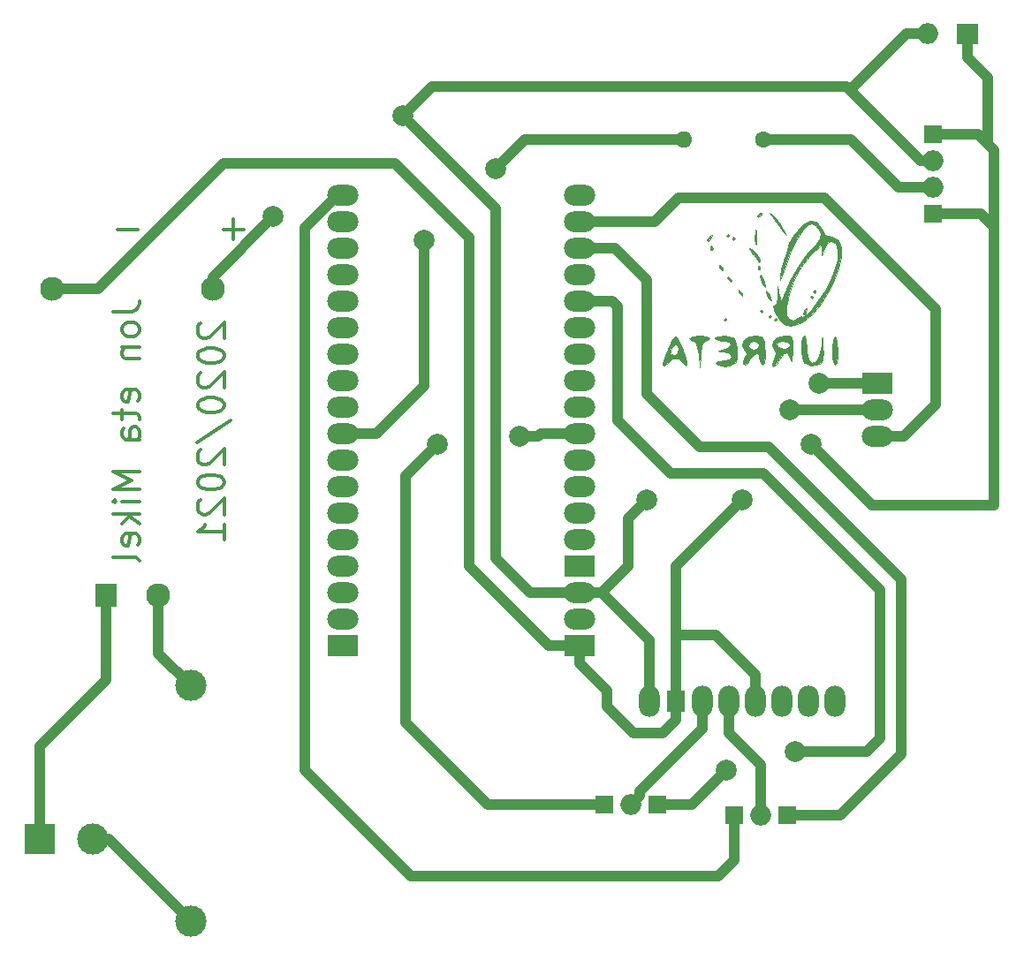
<source format=gbr>
%TF.GenerationSoftware,KiCad,Pcbnew,(5.1.6)-1*%
%TF.CreationDate,2021-03-02T09:32:05+01:00*%
%TF.ProjectId,Bukaerako_Erronka,42756b61-6572-4616-9b6f-5f4572726f6e,rev?*%
%TF.SameCoordinates,Original*%
%TF.FileFunction,Copper,L2,Bot*%
%TF.FilePolarity,Positive*%
%FSLAX46Y46*%
G04 Gerber Fmt 4.6, Leading zero omitted, Abs format (unit mm)*
G04 Created by KiCad (PCBNEW (5.1.6)-1) date 2021-03-02 09:32:05*
%MOMM*%
%LPD*%
G01*
G04 APERTURE LIST*
%TA.AperFunction,NonConductor*%
%ADD10C,0.300000*%
%TD*%
%TA.AperFunction,EtchedComponent*%
%ADD11C,0.010000*%
%TD*%
%TA.AperFunction,ComponentPad*%
%ADD12C,2.300000*%
%TD*%
%TA.AperFunction,ComponentPad*%
%ADD13R,2.000000X2.300000*%
%TD*%
%TA.AperFunction,ComponentPad*%
%ADD14C,3.000000*%
%TD*%
%TA.AperFunction,ComponentPad*%
%ADD15R,1.700000X1.700000*%
%TD*%
%TA.AperFunction,ComponentPad*%
%ADD16O,2.000000X2.000000*%
%TD*%
%TA.AperFunction,ComponentPad*%
%ADD17C,0.100000*%
%TD*%
%TA.AperFunction,ComponentPad*%
%ADD18O,1.600000X1.600000*%
%TD*%
%TA.AperFunction,ComponentPad*%
%ADD19C,1.600000*%
%TD*%
%TA.AperFunction,ComponentPad*%
%ADD20R,3.000000X3.000000*%
%TD*%
%TA.AperFunction,ComponentPad*%
%ADD21R,3.000000X2.000000*%
%TD*%
%TA.AperFunction,ComponentPad*%
%ADD22O,3.000000X2.000000*%
%TD*%
%TA.AperFunction,ComponentPad*%
%ADD23O,2.000000X3.000000*%
%TD*%
%TA.AperFunction,ComponentPad*%
%ADD24R,1.700000X2.000000*%
%TD*%
%TA.AperFunction,ViaPad*%
%ADD25C,2.000000*%
%TD*%
%TA.AperFunction,Conductor*%
%ADD26C,1.000000*%
%TD*%
G04 APERTURE END LIST*
D10*
X116141619Y-73584571D02*
X118046380Y-73584571D01*
X126301619Y-73584571D02*
X128206380Y-73584571D01*
X127254000Y-74536952D02*
X127254000Y-72632190D01*
X115738952Y-81475904D02*
X117524666Y-81475904D01*
X117881809Y-81356857D01*
X118119904Y-81118761D01*
X118238952Y-80761619D01*
X118238952Y-80523523D01*
X118238952Y-83023523D02*
X118119904Y-82785428D01*
X118000857Y-82666380D01*
X117762761Y-82547333D01*
X117048476Y-82547333D01*
X116810380Y-82666380D01*
X116691333Y-82785428D01*
X116572285Y-83023523D01*
X116572285Y-83380666D01*
X116691333Y-83618761D01*
X116810380Y-83737809D01*
X117048476Y-83856857D01*
X117762761Y-83856857D01*
X118000857Y-83737809D01*
X118119904Y-83618761D01*
X118238952Y-83380666D01*
X118238952Y-83023523D01*
X116572285Y-84928285D02*
X118238952Y-84928285D01*
X116810380Y-84928285D02*
X116691333Y-85047333D01*
X116572285Y-85285428D01*
X116572285Y-85642571D01*
X116691333Y-85880666D01*
X116929428Y-85999714D01*
X118238952Y-85999714D01*
X118119904Y-90047333D02*
X118238952Y-89809238D01*
X118238952Y-89333047D01*
X118119904Y-89094952D01*
X117881809Y-88975904D01*
X116929428Y-88975904D01*
X116691333Y-89094952D01*
X116572285Y-89333047D01*
X116572285Y-89809238D01*
X116691333Y-90047333D01*
X116929428Y-90166380D01*
X117167523Y-90166380D01*
X117405619Y-88975904D01*
X116572285Y-90880666D02*
X116572285Y-91833047D01*
X115738952Y-91237809D02*
X117881809Y-91237809D01*
X118119904Y-91356857D01*
X118238952Y-91594952D01*
X118238952Y-91833047D01*
X118238952Y-93737809D02*
X116929428Y-93737809D01*
X116691333Y-93618761D01*
X116572285Y-93380666D01*
X116572285Y-92904476D01*
X116691333Y-92666380D01*
X118119904Y-93737809D02*
X118238952Y-93499714D01*
X118238952Y-92904476D01*
X118119904Y-92666380D01*
X117881809Y-92547333D01*
X117643714Y-92547333D01*
X117405619Y-92666380D01*
X117286571Y-92904476D01*
X117286571Y-93499714D01*
X117167523Y-93737809D01*
X118238952Y-96833047D02*
X115738952Y-96833047D01*
X117524666Y-97666380D01*
X115738952Y-98499714D01*
X118238952Y-98499714D01*
X118238952Y-99690190D02*
X116572285Y-99690190D01*
X115738952Y-99690190D02*
X115858000Y-99571142D01*
X115977047Y-99690190D01*
X115858000Y-99809238D01*
X115738952Y-99690190D01*
X115977047Y-99690190D01*
X118238952Y-100880666D02*
X115738952Y-100880666D01*
X117286571Y-101118761D02*
X118238952Y-101833047D01*
X116572285Y-101833047D02*
X117524666Y-100880666D01*
X118119904Y-103856857D02*
X118238952Y-103618761D01*
X118238952Y-103142571D01*
X118119904Y-102904476D01*
X117881809Y-102785428D01*
X116929428Y-102785428D01*
X116691333Y-102904476D01*
X116572285Y-103142571D01*
X116572285Y-103618761D01*
X116691333Y-103856857D01*
X116929428Y-103975904D01*
X117167523Y-103975904D01*
X117405619Y-102785428D01*
X118238952Y-105404476D02*
X118119904Y-105166380D01*
X117881809Y-105047333D01*
X115738952Y-105047333D01*
X124077047Y-82606857D02*
X123958000Y-82725904D01*
X123838952Y-82964000D01*
X123838952Y-83559238D01*
X123958000Y-83797333D01*
X124077047Y-83916380D01*
X124315142Y-84035428D01*
X124553238Y-84035428D01*
X124910380Y-83916380D01*
X126338952Y-82487809D01*
X126338952Y-84035428D01*
X123838952Y-85583047D02*
X123838952Y-85821142D01*
X123958000Y-86059238D01*
X124077047Y-86178285D01*
X124315142Y-86297333D01*
X124791333Y-86416380D01*
X125386571Y-86416380D01*
X125862761Y-86297333D01*
X126100857Y-86178285D01*
X126219904Y-86059238D01*
X126338952Y-85821142D01*
X126338952Y-85583047D01*
X126219904Y-85344952D01*
X126100857Y-85225904D01*
X125862761Y-85106857D01*
X125386571Y-84987809D01*
X124791333Y-84987809D01*
X124315142Y-85106857D01*
X124077047Y-85225904D01*
X123958000Y-85344952D01*
X123838952Y-85583047D01*
X124077047Y-87368761D02*
X123958000Y-87487809D01*
X123838952Y-87725904D01*
X123838952Y-88321142D01*
X123958000Y-88559238D01*
X124077047Y-88678285D01*
X124315142Y-88797333D01*
X124553238Y-88797333D01*
X124910380Y-88678285D01*
X126338952Y-87249714D01*
X126338952Y-88797333D01*
X123838952Y-90344952D02*
X123838952Y-90583047D01*
X123958000Y-90821142D01*
X124077047Y-90940190D01*
X124315142Y-91059238D01*
X124791333Y-91178285D01*
X125386571Y-91178285D01*
X125862761Y-91059238D01*
X126100857Y-90940190D01*
X126219904Y-90821142D01*
X126338952Y-90583047D01*
X126338952Y-90344952D01*
X126219904Y-90106857D01*
X126100857Y-89987809D01*
X125862761Y-89868761D01*
X125386571Y-89749714D01*
X124791333Y-89749714D01*
X124315142Y-89868761D01*
X124077047Y-89987809D01*
X123958000Y-90106857D01*
X123838952Y-90344952D01*
X123719904Y-94035428D02*
X126934190Y-91892571D01*
X124077047Y-94749714D02*
X123958000Y-94868761D01*
X123838952Y-95106857D01*
X123838952Y-95702095D01*
X123958000Y-95940190D01*
X124077047Y-96059238D01*
X124315142Y-96178285D01*
X124553238Y-96178285D01*
X124910380Y-96059238D01*
X126338952Y-94630666D01*
X126338952Y-96178285D01*
X123838952Y-97725904D02*
X123838952Y-97964000D01*
X123958000Y-98202095D01*
X124077047Y-98321142D01*
X124315142Y-98440190D01*
X124791333Y-98559238D01*
X125386571Y-98559238D01*
X125862761Y-98440190D01*
X126100857Y-98321142D01*
X126219904Y-98202095D01*
X126338952Y-97964000D01*
X126338952Y-97725904D01*
X126219904Y-97487809D01*
X126100857Y-97368761D01*
X125862761Y-97249714D01*
X125386571Y-97130666D01*
X124791333Y-97130666D01*
X124315142Y-97249714D01*
X124077047Y-97368761D01*
X123958000Y-97487809D01*
X123838952Y-97725904D01*
X124077047Y-99511619D02*
X123958000Y-99630666D01*
X123838952Y-99868761D01*
X123838952Y-100464000D01*
X123958000Y-100702095D01*
X124077047Y-100821142D01*
X124315142Y-100940190D01*
X124553238Y-100940190D01*
X124910380Y-100821142D01*
X126338952Y-99392571D01*
X126338952Y-100940190D01*
X126338952Y-103321142D02*
X126338952Y-101892571D01*
X126338952Y-102606857D02*
X123838952Y-102606857D01*
X124196095Y-102368761D01*
X124434190Y-102130666D01*
X124553238Y-101892571D01*
D11*
%TO.C,G\u002A\u002A\u002A*%
G36*
X184695146Y-84246994D02*
G01*
X184600573Y-84923539D01*
X184591158Y-85237053D01*
X184647253Y-85987646D01*
X184788308Y-86489241D01*
X184858526Y-86573895D01*
X185018311Y-86435636D01*
X185109321Y-85826214D01*
X185125895Y-85237053D01*
X185083707Y-84365448D01*
X184965219Y-83927384D01*
X184858526Y-83900211D01*
X184695146Y-84246994D01*
G37*
X184695146Y-84246994D02*
X184600573Y-84923539D01*
X184591158Y-85237053D01*
X184647253Y-85987646D01*
X184788308Y-86489241D01*
X184858526Y-86573895D01*
X185018311Y-86435636D01*
X185109321Y-85826214D01*
X185125895Y-85237053D01*
X185083707Y-84365448D01*
X184965219Y-83927384D01*
X184858526Y-83900211D01*
X184695146Y-84246994D01*
G36*
X181741754Y-83997526D02*
G01*
X181661966Y-84563847D01*
X181674229Y-85275467D01*
X181774667Y-85942369D01*
X181959401Y-86374533D01*
X181970947Y-86386737D01*
X182609812Y-86671216D01*
X183445783Y-86534140D01*
X183454842Y-86530506D01*
X183671579Y-86164544D01*
X183747529Y-85327219D01*
X183742341Y-85014246D01*
X183712816Y-84246791D01*
X183684914Y-83989535D01*
X183645093Y-84218152D01*
X183594301Y-84748334D01*
X183394350Y-85710385D01*
X183065461Y-86260436D01*
X182696960Y-86385458D01*
X182378172Y-86072425D01*
X182198423Y-85308307D01*
X182184842Y-84953905D01*
X182131075Y-84241862D01*
X181995226Y-83818041D01*
X181917473Y-83766527D01*
X181741754Y-83997526D01*
G37*
X181741754Y-83997526D02*
X181661966Y-84563847D01*
X181674229Y-85275467D01*
X181774667Y-85942369D01*
X181959401Y-86374533D01*
X181970947Y-86386737D01*
X182609812Y-86671216D01*
X183445783Y-86534140D01*
X183454842Y-86530506D01*
X183671579Y-86164544D01*
X183747529Y-85327219D01*
X183742341Y-85014246D01*
X183712816Y-84246791D01*
X183684914Y-83989535D01*
X183645093Y-84218152D01*
X183594301Y-84748334D01*
X183394350Y-85710385D01*
X183065461Y-86260436D01*
X182696960Y-86385458D01*
X182378172Y-86072425D01*
X182198423Y-85308307D01*
X182184842Y-84953905D01*
X182131075Y-84241862D01*
X181995226Y-83818041D01*
X181917473Y-83766527D01*
X181741754Y-83997526D01*
G36*
X179386277Y-83924612D02*
G01*
X178955944Y-84308296D01*
X178871855Y-84781718D01*
X179035156Y-85055156D01*
X179200792Y-85453351D01*
X179028374Y-86031906D01*
X178872144Y-86552086D01*
X178987885Y-86707579D01*
X179283254Y-86490884D01*
X179559806Y-86039158D01*
X179950905Y-85488234D01*
X180331306Y-85434316D01*
X180607004Y-85871673D01*
X180656496Y-86106000D01*
X180719510Y-86263783D01*
X180774700Y-85953781D01*
X180807939Y-85303895D01*
X180815522Y-84720912D01*
X180580631Y-84720912D01*
X180382779Y-85003310D01*
X179945312Y-85053444D01*
X179502367Y-84887048D01*
X179309293Y-84635474D01*
X179441055Y-84374347D01*
X179889930Y-84301263D01*
X180450567Y-84441386D01*
X180580631Y-84720912D01*
X180815522Y-84720912D01*
X180819184Y-84439455D01*
X180753058Y-83980879D01*
X180546566Y-83799489D01*
X180136710Y-83766605D01*
X180055302Y-83766527D01*
X179386277Y-83924612D01*
G37*
X179386277Y-83924612D02*
X178955944Y-84308296D01*
X178871855Y-84781718D01*
X179035156Y-85055156D01*
X179200792Y-85453351D01*
X179028374Y-86031906D01*
X178872144Y-86552086D01*
X178987885Y-86707579D01*
X179283254Y-86490884D01*
X179559806Y-86039158D01*
X179950905Y-85488234D01*
X180331306Y-85434316D01*
X180607004Y-85871673D01*
X180656496Y-86106000D01*
X180719510Y-86263783D01*
X180774700Y-85953781D01*
X180807939Y-85303895D01*
X180815522Y-84720912D01*
X180580631Y-84720912D01*
X180382779Y-85003310D01*
X179945312Y-85053444D01*
X179502367Y-84887048D01*
X179309293Y-84635474D01*
X179441055Y-84374347D01*
X179889930Y-84301263D01*
X180450567Y-84441386D01*
X180580631Y-84720912D01*
X180815522Y-84720912D01*
X180819184Y-84439455D01*
X180753058Y-83980879D01*
X180546566Y-83799489D01*
X180136710Y-83766605D01*
X180055302Y-83766527D01*
X179386277Y-83924612D01*
G36*
X176703191Y-83876470D02*
G01*
X176205589Y-84194718D01*
X176018486Y-84691442D01*
X176201456Y-85156219D01*
X176315720Y-85245077D01*
X176438829Y-85543715D01*
X176290442Y-85786603D01*
X176082324Y-86274067D01*
X176097393Y-86492602D01*
X176294418Y-86551481D01*
X176647508Y-86161304D01*
X176688157Y-86100539D01*
X177158548Y-85524167D01*
X177487984Y-85410363D01*
X177635498Y-85768203D01*
X177639579Y-85889695D01*
X177762352Y-86401531D01*
X177906947Y-86573895D01*
X178071502Y-86440988D01*
X178161763Y-85844304D01*
X178174316Y-85378125D01*
X178119971Y-84702316D01*
X177639579Y-84702316D01*
X177416675Y-85028931D01*
X177104842Y-85103369D01*
X176669355Y-84936191D01*
X176570105Y-84702316D01*
X176793009Y-84375701D01*
X177104842Y-84301263D01*
X177540329Y-84468441D01*
X177639579Y-84702316D01*
X178119971Y-84702316D01*
X178097142Y-84418441D01*
X177820631Y-83908096D01*
X177277295Y-83778202D01*
X176703191Y-83876470D01*
G37*
X176703191Y-83876470D02*
X176205589Y-84194718D01*
X176018486Y-84691442D01*
X176201456Y-85156219D01*
X176315720Y-85245077D01*
X176438829Y-85543715D01*
X176290442Y-85786603D01*
X176082324Y-86274067D01*
X176097393Y-86492602D01*
X176294418Y-86551481D01*
X176647508Y-86161304D01*
X176688157Y-86100539D01*
X177158548Y-85524167D01*
X177487984Y-85410363D01*
X177635498Y-85768203D01*
X177639579Y-85889695D01*
X177762352Y-86401531D01*
X177906947Y-86573895D01*
X178071502Y-86440988D01*
X178161763Y-85844304D01*
X178174316Y-85378125D01*
X178119971Y-84702316D01*
X177639579Y-84702316D01*
X177416675Y-85028931D01*
X177104842Y-85103369D01*
X176669355Y-84936191D01*
X176570105Y-84702316D01*
X176793009Y-84375701D01*
X177104842Y-84301263D01*
X177540329Y-84468441D01*
X177639579Y-84702316D01*
X178119971Y-84702316D01*
X178097142Y-84418441D01*
X177820631Y-83908096D01*
X177277295Y-83778202D01*
X176703191Y-83876470D01*
G36*
X173694687Y-83829046D02*
G01*
X173371563Y-83975803D01*
X173361684Y-84017755D01*
X173594448Y-84214698D01*
X174157428Y-84301093D01*
X174186070Y-84301263D01*
X174767812Y-84413261D01*
X174888033Y-84676386D01*
X174552246Y-84981331D01*
X174143967Y-85136185D01*
X173711561Y-85267925D01*
X173773950Y-85321535D01*
X174230631Y-85344086D01*
X174792446Y-85500154D01*
X174979762Y-85801864D01*
X174775740Y-86080316D01*
X174313253Y-86172842D01*
X173747128Y-86271425D01*
X173495368Y-86440211D01*
X173608819Y-86621716D01*
X174154893Y-86705441D01*
X174290086Y-86707579D01*
X175018301Y-86607029D01*
X175390085Y-86342250D01*
X175393154Y-86334643D01*
X175466149Y-85835445D01*
X175462342Y-85083886D01*
X175451605Y-84930959D01*
X175356889Y-84257584D01*
X175111835Y-83948536D01*
X174550309Y-83833640D01*
X174364316Y-83817229D01*
X173694687Y-83829046D01*
G37*
X173694687Y-83829046D02*
X173371563Y-83975803D01*
X173361684Y-84017755D01*
X173594448Y-84214698D01*
X174157428Y-84301093D01*
X174186070Y-84301263D01*
X174767812Y-84413261D01*
X174888033Y-84676386D01*
X174552246Y-84981331D01*
X174143967Y-85136185D01*
X173711561Y-85267925D01*
X173773950Y-85321535D01*
X174230631Y-85344086D01*
X174792446Y-85500154D01*
X174979762Y-85801864D01*
X174775740Y-86080316D01*
X174313253Y-86172842D01*
X173747128Y-86271425D01*
X173495368Y-86440211D01*
X173608819Y-86621716D01*
X174154893Y-86705441D01*
X174290086Y-86707579D01*
X175018301Y-86607029D01*
X175390085Y-86342250D01*
X175393154Y-86334643D01*
X175466149Y-85835445D01*
X175462342Y-85083886D01*
X175451605Y-84930959D01*
X175356889Y-84257584D01*
X175111835Y-83948536D01*
X174550309Y-83833640D01*
X174364316Y-83817229D01*
X173694687Y-83829046D01*
G36*
X171272629Y-83833680D02*
G01*
X170963451Y-83998806D01*
X170955368Y-84033895D01*
X171170867Y-84273515D01*
X171341771Y-84301263D01*
X171620309Y-84515395D01*
X171789390Y-85190421D01*
X171828316Y-85571263D01*
X171928457Y-86841263D01*
X171976649Y-85571263D01*
X172061037Y-84742238D01*
X172252626Y-84356185D01*
X172425895Y-84301263D01*
X172781700Y-84156892D01*
X172826947Y-84033895D01*
X172591909Y-83857172D01*
X172013968Y-83768836D01*
X171891158Y-83766527D01*
X171272629Y-83833680D01*
G37*
X171272629Y-83833680D02*
X170963451Y-83998806D01*
X170955368Y-84033895D01*
X171170867Y-84273515D01*
X171341771Y-84301263D01*
X171620309Y-84515395D01*
X171789390Y-85190421D01*
X171828316Y-85571263D01*
X171928457Y-86841263D01*
X171976649Y-85571263D01*
X172061037Y-84742238D01*
X172252626Y-84356185D01*
X172425895Y-84301263D01*
X172781700Y-84156892D01*
X172826947Y-84033895D01*
X172591909Y-83857172D01*
X172013968Y-83768836D01*
X171891158Y-83766527D01*
X171272629Y-83833680D01*
G36*
X169314462Y-84111986D02*
G01*
X169014966Y-84706408D01*
X168719002Y-85438640D01*
X168496003Y-86129477D01*
X168415404Y-86599716D01*
X168441891Y-86689540D01*
X168668130Y-86616671D01*
X168849760Y-86371141D01*
X169316937Y-85958989D01*
X169892392Y-86010367D01*
X170315811Y-86373369D01*
X170589169Y-86661768D01*
X170677383Y-86503107D01*
X170679497Y-86449150D01*
X170592326Y-85903398D01*
X170361840Y-85200001D01*
X170319857Y-85103369D01*
X169885895Y-85103369D01*
X169718717Y-85538856D01*
X169484842Y-85638106D01*
X169128139Y-85577246D01*
X169083789Y-85526289D01*
X169166964Y-85212002D01*
X169246079Y-84991552D01*
X169534060Y-84602845D01*
X169799072Y-84697789D01*
X169885895Y-85103369D01*
X170319857Y-85103369D01*
X170061286Y-84508222D01*
X169763911Y-83997321D01*
X169548057Y-83834578D01*
X169314462Y-84111986D01*
G37*
X169314462Y-84111986D02*
X169014966Y-84706408D01*
X168719002Y-85438640D01*
X168496003Y-86129477D01*
X168415404Y-86599716D01*
X168441891Y-86689540D01*
X168668130Y-86616671D01*
X168849760Y-86371141D01*
X169316937Y-85958989D01*
X169892392Y-86010367D01*
X170315811Y-86373369D01*
X170589169Y-86661768D01*
X170677383Y-86503107D01*
X170679497Y-86449150D01*
X170592326Y-85903398D01*
X170361840Y-85200001D01*
X170319857Y-85103369D01*
X169885895Y-85103369D01*
X169718717Y-85538856D01*
X169484842Y-85638106D01*
X169128139Y-85577246D01*
X169083789Y-85526289D01*
X169166964Y-85212002D01*
X169246079Y-84991552D01*
X169534060Y-84602845D01*
X169799072Y-84697789D01*
X169885895Y-85103369D01*
X170319857Y-85103369D01*
X170061286Y-84508222D01*
X169763911Y-83997321D01*
X169548057Y-83834578D01*
X169314462Y-84111986D01*
G36*
X181867844Y-73147507D02*
G01*
X181783789Y-73232135D01*
X180921563Y-74218139D01*
X180456399Y-74929136D01*
X180376079Y-75213793D01*
X180287830Y-75659404D01*
X180072360Y-76368831D01*
X179986762Y-76614421D01*
X179739085Y-77461933D01*
X179609640Y-78217742D01*
X179604061Y-78352316D01*
X179670940Y-78431753D01*
X179847239Y-78069950D01*
X180100227Y-77341164D01*
X180214239Y-76968002D01*
X180685059Y-75644214D01*
X181241710Y-74494490D01*
X181824975Y-73614311D01*
X182375637Y-73099158D01*
X182672075Y-73004948D01*
X183063590Y-73224140D01*
X183366874Y-73666933D01*
X183496886Y-74074280D01*
X183419769Y-74456008D01*
X183073568Y-74953592D01*
X182541523Y-75551538D01*
X181900861Y-76360290D01*
X181226718Y-77392539D01*
X180602520Y-78497396D01*
X180111693Y-79523973D01*
X179837662Y-80321380D01*
X179810382Y-80491263D01*
X179743139Y-80532303D01*
X179619294Y-80140506D01*
X179578000Y-79956527D01*
X179381025Y-79020737D01*
X179345828Y-80039148D01*
X179258875Y-80720727D01*
X179058867Y-80893627D01*
X179004775Y-80868529D01*
X178929208Y-80937981D01*
X179066015Y-81303460D01*
X179334447Y-81813753D01*
X179653753Y-82317650D01*
X179943183Y-82663939D01*
X179979052Y-82692959D01*
X180615113Y-82879326D01*
X181458977Y-82624075D01*
X181852695Y-82405167D01*
X182734045Y-81702769D01*
X183538408Y-80761104D01*
X184238568Y-79662200D01*
X184807308Y-78488082D01*
X185217413Y-77320775D01*
X185441665Y-76242305D01*
X185449930Y-75571458D01*
X185161242Y-75571458D01*
X185102448Y-76480251D01*
X184795453Y-77605833D01*
X184447195Y-78448998D01*
X183915082Y-79455569D01*
X183305958Y-80409229D01*
X182696171Y-81212196D01*
X182162069Y-81766690D01*
X181779998Y-81974929D01*
X181708486Y-81956561D01*
X181389780Y-82006224D01*
X181318590Y-82091113D01*
X180920764Y-82354302D01*
X180478817Y-82206827D01*
X180256318Y-81859288D01*
X180196939Y-80956773D01*
X180443450Y-79799017D01*
X180938552Y-78523254D01*
X181624946Y-77266719D01*
X182445332Y-76166645D01*
X182777507Y-75820856D01*
X183588526Y-75043850D01*
X183620160Y-75695452D01*
X183654952Y-76076627D01*
X183723134Y-75977976D01*
X183823312Y-75544948D01*
X184088408Y-74922444D01*
X184526941Y-74742842D01*
X184970013Y-74964105D01*
X185161242Y-75571458D01*
X185449930Y-75571458D01*
X185452848Y-75334698D01*
X185223747Y-74679980D01*
X184727144Y-74360176D01*
X184528147Y-74341790D01*
X183960661Y-74127168D01*
X183588526Y-73539684D01*
X183128615Y-72900237D01*
X182531486Y-72765494D01*
X181867844Y-73147507D01*
G37*
X181867844Y-73147507D02*
X181783789Y-73232135D01*
X180921563Y-74218139D01*
X180456399Y-74929136D01*
X180376079Y-75213793D01*
X180287830Y-75659404D01*
X180072360Y-76368831D01*
X179986762Y-76614421D01*
X179739085Y-77461933D01*
X179609640Y-78217742D01*
X179604061Y-78352316D01*
X179670940Y-78431753D01*
X179847239Y-78069950D01*
X180100227Y-77341164D01*
X180214239Y-76968002D01*
X180685059Y-75644214D01*
X181241710Y-74494490D01*
X181824975Y-73614311D01*
X182375637Y-73099158D01*
X182672075Y-73004948D01*
X183063590Y-73224140D01*
X183366874Y-73666933D01*
X183496886Y-74074280D01*
X183419769Y-74456008D01*
X183073568Y-74953592D01*
X182541523Y-75551538D01*
X181900861Y-76360290D01*
X181226718Y-77392539D01*
X180602520Y-78497396D01*
X180111693Y-79523973D01*
X179837662Y-80321380D01*
X179810382Y-80491263D01*
X179743139Y-80532303D01*
X179619294Y-80140506D01*
X179578000Y-79956527D01*
X179381025Y-79020737D01*
X179345828Y-80039148D01*
X179258875Y-80720727D01*
X179058867Y-80893627D01*
X179004775Y-80868529D01*
X178929208Y-80937981D01*
X179066015Y-81303460D01*
X179334447Y-81813753D01*
X179653753Y-82317650D01*
X179943183Y-82663939D01*
X179979052Y-82692959D01*
X180615113Y-82879326D01*
X181458977Y-82624075D01*
X181852695Y-82405167D01*
X182734045Y-81702769D01*
X183538408Y-80761104D01*
X184238568Y-79662200D01*
X184807308Y-78488082D01*
X185217413Y-77320775D01*
X185441665Y-76242305D01*
X185449930Y-75571458D01*
X185161242Y-75571458D01*
X185102448Y-76480251D01*
X184795453Y-77605833D01*
X184447195Y-78448998D01*
X183915082Y-79455569D01*
X183305958Y-80409229D01*
X182696171Y-81212196D01*
X182162069Y-81766690D01*
X181779998Y-81974929D01*
X181708486Y-81956561D01*
X181389780Y-82006224D01*
X181318590Y-82091113D01*
X180920764Y-82354302D01*
X180478817Y-82206827D01*
X180256318Y-81859288D01*
X180196939Y-80956773D01*
X180443450Y-79799017D01*
X180938552Y-78523254D01*
X181624946Y-77266719D01*
X182445332Y-76166645D01*
X182777507Y-75820856D01*
X183588526Y-75043850D01*
X183620160Y-75695452D01*
X183654952Y-76076627D01*
X183723134Y-75977976D01*
X183823312Y-75544948D01*
X184088408Y-74922444D01*
X184526941Y-74742842D01*
X184970013Y-74964105D01*
X185161242Y-75571458D01*
X185449930Y-75571458D01*
X185452848Y-75334698D01*
X185223747Y-74679980D01*
X184727144Y-74360176D01*
X184528147Y-74341790D01*
X183960661Y-74127168D01*
X183588526Y-73539684D01*
X183128615Y-72900237D01*
X182531486Y-72765494D01*
X181867844Y-73147507D01*
G36*
X179043263Y-82229158D02*
G01*
X179176947Y-82362842D01*
X179310631Y-82229158D01*
X179176947Y-82095474D01*
X179043263Y-82229158D01*
G37*
X179043263Y-82229158D02*
X179176947Y-82362842D01*
X179310631Y-82229158D01*
X179176947Y-82095474D01*
X179043263Y-82229158D01*
G36*
X174230631Y-82229158D02*
G01*
X174364316Y-82362842D01*
X174498000Y-82229158D01*
X174364316Y-82095474D01*
X174230631Y-82229158D01*
G37*
X174230631Y-82229158D02*
X174364316Y-82362842D01*
X174498000Y-82229158D01*
X174364316Y-82095474D01*
X174230631Y-82229158D01*
G36*
X178508526Y-81961790D02*
G01*
X178642210Y-82095474D01*
X178775895Y-81961790D01*
X178642210Y-81828106D01*
X178508526Y-81961790D01*
G37*
X178508526Y-81961790D02*
X178642210Y-82095474D01*
X178775895Y-81961790D01*
X178642210Y-81828106D01*
X178508526Y-81961790D01*
G36*
X177706421Y-81427053D02*
G01*
X177840105Y-81560737D01*
X177973789Y-81427053D01*
X177840105Y-81293369D01*
X177706421Y-81427053D01*
G37*
X177706421Y-81427053D02*
X177840105Y-81560737D01*
X177973789Y-81427053D01*
X177840105Y-81293369D01*
X177706421Y-81427053D01*
G36*
X178249346Y-79555474D02*
G01*
X178382471Y-79994861D01*
X178508526Y-80223895D01*
X178720381Y-80437903D01*
X178767706Y-80357579D01*
X178634581Y-79918192D01*
X178508526Y-79689158D01*
X178296671Y-79475150D01*
X178249346Y-79555474D01*
G37*
X178249346Y-79555474D02*
X178382471Y-79994861D01*
X178508526Y-80223895D01*
X178720381Y-80437903D01*
X178767706Y-80357579D01*
X178634581Y-79918192D01*
X178508526Y-79689158D01*
X178296671Y-79475150D01*
X178249346Y-79555474D01*
G36*
X175651357Y-79594496D02*
G01*
X175701158Y-79689158D01*
X175953076Y-79944496D01*
X176000085Y-79956527D01*
X176018327Y-79783820D01*
X175968526Y-79689158D01*
X175716608Y-79433821D01*
X175669599Y-79421790D01*
X175651357Y-79594496D01*
G37*
X175651357Y-79594496D02*
X175701158Y-79689158D01*
X175953076Y-79944496D01*
X176000085Y-79956527D01*
X176018327Y-79783820D01*
X175968526Y-79689158D01*
X175716608Y-79433821D01*
X175669599Y-79421790D01*
X175651357Y-79594496D01*
G36*
X177729307Y-78084948D02*
G01*
X177855559Y-78655711D01*
X177973789Y-78887053D01*
X178179190Y-79101042D01*
X178218271Y-79020737D01*
X178128283Y-78588754D01*
X177959021Y-78184985D01*
X177797082Y-77975160D01*
X177729307Y-78084948D01*
G37*
X177729307Y-78084948D02*
X177855559Y-78655711D01*
X177973789Y-78887053D01*
X178179190Y-79101042D01*
X178218271Y-79020737D01*
X178128283Y-78588754D01*
X177959021Y-78184985D01*
X177797082Y-77975160D01*
X177729307Y-78084948D01*
G36*
X174581883Y-78257654D02*
G01*
X174631684Y-78352316D01*
X174883602Y-78607654D01*
X174930611Y-78619684D01*
X174948853Y-78446978D01*
X174899052Y-78352316D01*
X174647134Y-78096978D01*
X174600125Y-78084948D01*
X174581883Y-78257654D01*
G37*
X174581883Y-78257654D02*
X174631684Y-78352316D01*
X174883602Y-78607654D01*
X174930611Y-78619684D01*
X174948853Y-78446978D01*
X174899052Y-78352316D01*
X174647134Y-78096978D01*
X174600125Y-78084948D01*
X174581883Y-78257654D01*
G36*
X177528175Y-77104597D02*
G01*
X177496176Y-77421901D01*
X177528175Y-77461088D01*
X177687125Y-77424386D01*
X177706421Y-77282842D01*
X177608595Y-77062768D01*
X177528175Y-77104597D01*
G37*
X177528175Y-77104597D02*
X177496176Y-77421901D01*
X177528175Y-77461088D01*
X177687125Y-77424386D01*
X177706421Y-77282842D01*
X177608595Y-77062768D01*
X177528175Y-77104597D01*
G36*
X173779778Y-77188180D02*
G01*
X173829579Y-77282842D01*
X174081497Y-77538180D01*
X174128506Y-77550211D01*
X174146748Y-77377505D01*
X174096947Y-77282842D01*
X173845029Y-77027505D01*
X173798020Y-77015474D01*
X173779778Y-77188180D01*
G37*
X173779778Y-77188180D02*
X173829579Y-77282842D01*
X174081497Y-77538180D01*
X174128506Y-77550211D01*
X174146748Y-77377505D01*
X174096947Y-77282842D01*
X173845029Y-77027505D01*
X173798020Y-77015474D01*
X173779778Y-77188180D01*
G36*
X176746689Y-75584544D02*
G01*
X177051789Y-76002404D01*
X177060554Y-76012842D01*
X177445780Y-76479162D01*
X177636729Y-76725825D01*
X177702469Y-76635060D01*
X177706421Y-76544396D01*
X177535032Y-76153825D01*
X177158112Y-75702956D01*
X176781529Y-75425928D01*
X176710095Y-75411263D01*
X176746689Y-75584544D01*
G37*
X176746689Y-75584544D02*
X177051789Y-76002404D01*
X177060554Y-76012842D01*
X177445780Y-76479162D01*
X177636729Y-76725825D01*
X177702469Y-76635060D01*
X177706421Y-76544396D01*
X177535032Y-76153825D01*
X177158112Y-75702956D01*
X176781529Y-75425928D01*
X176710095Y-75411263D01*
X176746689Y-75584544D01*
G36*
X172982912Y-75233018D02*
G01*
X172950913Y-75550322D01*
X172982912Y-75589509D01*
X173141862Y-75552807D01*
X173161158Y-75411263D01*
X173063332Y-75191189D01*
X172982912Y-75233018D01*
G37*
X172982912Y-75233018D02*
X172950913Y-75550322D01*
X172982912Y-75589509D01*
X173141862Y-75552807D01*
X173161158Y-75411263D01*
X173063332Y-75191189D01*
X172982912Y-75233018D01*
G36*
X177250362Y-73740211D02*
G01*
X177206128Y-74519318D01*
X177250362Y-74943369D01*
X177316481Y-75070071D01*
X177358432Y-74734153D01*
X177366231Y-74341790D01*
X177345373Y-73763513D01*
X177292048Y-73604767D01*
X177250362Y-73740211D01*
G37*
X177250362Y-73740211D02*
X177206128Y-74519318D01*
X177250362Y-74943369D01*
X177316481Y-75070071D01*
X177358432Y-74734153D01*
X177366231Y-74341790D01*
X177345373Y-73763513D01*
X177292048Y-73604767D01*
X177250362Y-73740211D01*
G36*
X172895825Y-74235946D02*
G01*
X172860612Y-74270491D01*
X172649422Y-74621042D01*
X172678057Y-74749917D01*
X172876945Y-74669681D01*
X173010284Y-74420163D01*
X173091687Y-74107801D01*
X172895825Y-74235946D01*
G37*
X172895825Y-74235946D02*
X172860612Y-74270491D01*
X172649422Y-74621042D01*
X172678057Y-74749917D01*
X172876945Y-74669681D01*
X173010284Y-74420163D01*
X173091687Y-74107801D01*
X172895825Y-74235946D01*
G36*
X175032737Y-74475474D02*
G01*
X175166421Y-74609158D01*
X175300105Y-74475474D01*
X175166421Y-74341790D01*
X175032737Y-74475474D01*
G37*
X175032737Y-74475474D02*
X175166421Y-74609158D01*
X175300105Y-74475474D01*
X175166421Y-74341790D01*
X175032737Y-74475474D01*
G36*
X178588392Y-72028535D02*
G01*
X178862706Y-72394125D01*
X179052674Y-72634919D01*
X179575812Y-73315653D01*
X180002893Y-73903154D01*
X180049696Y-73971761D01*
X180188339Y-74127133D01*
X180087092Y-73840618D01*
X180010227Y-73672738D01*
X179536919Y-72916016D01*
X179013204Y-72335895D01*
X178640396Y-72023046D01*
X178588392Y-72028535D01*
G37*
X178588392Y-72028535D02*
X178862706Y-72394125D01*
X179052674Y-72634919D01*
X179575812Y-73315653D01*
X180002893Y-73903154D01*
X180049696Y-73971761D01*
X180188339Y-74127133D01*
X180087092Y-73840618D01*
X180010227Y-73672738D01*
X179536919Y-72916016D01*
X179013204Y-72335895D01*
X178640396Y-72023046D01*
X178588392Y-72028535D01*
G36*
X174498000Y-74208106D02*
G01*
X174631684Y-74341790D01*
X174765368Y-74208106D01*
X174631684Y-74074421D01*
X174498000Y-74208106D01*
G37*
X174498000Y-74208106D02*
X174631684Y-74341790D01*
X174765368Y-74208106D01*
X174631684Y-74074421D01*
X174498000Y-74208106D01*
G36*
X177747732Y-72043627D02*
G01*
X177460700Y-72312838D01*
X177519580Y-72467608D01*
X177556957Y-72470211D01*
X177783102Y-72280304D01*
X177865636Y-72161532D01*
X177897149Y-71978573D01*
X177747732Y-72043627D01*
G37*
X177747732Y-72043627D02*
X177460700Y-72312838D01*
X177519580Y-72467608D01*
X177556957Y-72470211D01*
X177783102Y-72280304D01*
X177865636Y-72161532D01*
X177897149Y-71978573D01*
X177747732Y-72043627D01*
G36*
X181992459Y-81220581D02*
G01*
X181892053Y-81415522D01*
X181823638Y-81792259D01*
X182003245Y-81719138D01*
X182128994Y-81542949D01*
X182211178Y-81193014D01*
X182177803Y-81130365D01*
X181992459Y-81220581D01*
G37*
X181992459Y-81220581D02*
X181892053Y-81415522D01*
X181823638Y-81792259D01*
X182003245Y-81719138D01*
X182128994Y-81542949D01*
X182211178Y-81193014D01*
X182177803Y-81130365D01*
X181992459Y-81220581D01*
G36*
X182519052Y-80090211D02*
G01*
X182652737Y-80223895D01*
X182786421Y-80090211D01*
X182652737Y-79956527D01*
X182519052Y-80090211D01*
G37*
X182519052Y-80090211D02*
X182652737Y-80223895D01*
X182786421Y-80090211D01*
X182652737Y-79956527D01*
X182519052Y-80090211D01*
G36*
X182786421Y-79555474D02*
G01*
X182920105Y-79689158D01*
X183053789Y-79555474D01*
X182920105Y-79421790D01*
X182786421Y-79555474D01*
G37*
X182786421Y-79555474D02*
X182920105Y-79689158D01*
X183053789Y-79555474D01*
X182920105Y-79421790D01*
X182786421Y-79555474D01*
%TD*%
D12*
%TO.P,PS1,4*%
%TO.N,3V3*%
X125262000Y-79312000D03*
%TO.P,PS1,2*%
%TO.N,Net-(F1-Pad2)*%
X120062000Y-108712000D03*
D13*
%TO.P,PS1,1*%
%TO.N,Net-(J1-Pad2)*%
X115062000Y-108712000D03*
D12*
%TO.P,PS1,3*%
%TO.N,GND*%
X109862000Y-79312000D03*
%TD*%
D14*
%TO.P,F1,2*%
%TO.N,Net-(F1-Pad2)*%
X123190000Y-117354000D03*
%TO.P,F1,1*%
%TO.N,Net-(F1-Pad1)*%
X123190000Y-139954000D03*
%TD*%
D15*
%TO.P,J6,3*%
%TO.N,22*%
X162814000Y-128778000D03*
D16*
%TO.P,J6,2*%
%TO.N,SCL*%
X165354000Y-128778000D03*
D15*
%TO.P,J6,1*%
%TO.N,15*%
X167894000Y-128778000D03*
%TD*%
%TA.AperFunction,ComponentPad*%
D17*
%TO.P,C1,2*%
%TO.N,GND*%
G36*
X196602000Y-55864000D02*
G01*
X196602000Y-53864000D01*
X198602000Y-53864000D01*
X198602000Y-55864000D01*
X196602000Y-55864000D01*
G37*
%TD.AperFunction*%
D16*
%TO.P,C1,1*%
%TO.N,3V3*%
X193802000Y-54864000D03*
%TD*%
D15*
%TO.P,J5,3*%
%TO.N,21*%
X175260000Y-129794000D03*
D16*
%TO.P,J5,2*%
%TO.N,SDA*%
X177800000Y-129794000D03*
D15*
%TO.P,J5,1*%
%TO.N,4*%
X180340000Y-129794000D03*
%TD*%
D18*
%TO.P,R1,2*%
%TO.N,35*%
X170434000Y-65024000D03*
D19*
%TO.P,R1,1*%
%TO.N,Net-(J4-Pad3)*%
X178054000Y-65024000D03*
%TD*%
D15*
%TO.P,J4,1*%
%TO.N,GND*%
X194310000Y-64516000D03*
D16*
%TO.P,J4,2*%
%TO.N,3V3*%
X194310000Y-67056000D03*
%TO.P,J4,3*%
%TO.N,Net-(J4-Pad3)*%
X194310000Y-69596000D03*
D15*
%TO.P,J4,4*%
%TO.N,Net-(J4-Pad4)*%
X194310000Y-72136000D03*
%TD*%
D20*
%TO.P,J1,2*%
%TO.N,Net-(J1-Pad2)*%
X108712000Y-132080000D03*
D14*
%TO.P,J1,1*%
%TO.N,Net-(F1-Pad1)*%
X113792000Y-132080000D03*
%TD*%
D21*
%TO.P,U1,18*%
%TO.N,Net-(U1-Pad18)*%
X137748000Y-113538000D03*
%TO.P,U1,19*%
%TO.N,GND*%
X160448000Y-113538000D03*
D22*
%TO.P,U1,17*%
%TO.N,Net-(U1-Pad17)*%
X137748000Y-110998000D03*
%TO.P,U1,20*%
%TO.N,Net-(U1-Pad20)*%
X160448000Y-110998000D03*
%TO.P,U1,16*%
%TO.N,Net-(U1-Pad16)*%
X137748000Y-108458000D03*
%TO.P,U1,21*%
%TO.N,3V3*%
X160448000Y-108458000D03*
%TO.P,U1,15*%
%TO.N,Net-(U1-Pad15)*%
X137748000Y-105918000D03*
D21*
%TO.P,U1,22*%
%TO.N,Net-(U1-Pad22)*%
X160448000Y-105918000D03*
D22*
%TO.P,U1,14*%
%TO.N,Net-(U1-Pad14)*%
X137748000Y-103378000D03*
%TO.P,U1,23*%
%TO.N,Net-(U1-Pad23)*%
X160448000Y-103378000D03*
%TO.P,U1,13*%
%TO.N,Net-(U1-Pad13)*%
X137748000Y-100838000D03*
%TO.P,U1,24*%
%TO.N,Net-(U1-Pad24)*%
X160448000Y-100838000D03*
%TO.P,U1,12*%
%TO.N,Net-(U1-Pad12)*%
X137748000Y-98298000D03*
%TO.P,U1,25*%
%TO.N,Net-(U1-Pad25)*%
X160448000Y-98298000D03*
%TO.P,U1,11*%
%TO.N,Net-(U1-Pad11)*%
X137748000Y-95758000D03*
%TO.P,U1,26*%
%TO.N,Net-(U1-Pad26)*%
X160448000Y-95758000D03*
%TO.P,U1,10*%
%TO.N,35*%
X137748000Y-93218000D03*
%TO.P,U1,27*%
%TO.N,22*%
X160448000Y-93218000D03*
%TO.P,U1,9*%
%TO.N,Net-(U1-Pad9)*%
X137748000Y-90678000D03*
%TO.P,U1,28*%
%TO.N,Net-(U1-Pad28)*%
X160448000Y-90678000D03*
%TO.P,U1,8*%
%TO.N,Net-(U1-Pad8)*%
X137748000Y-88138000D03*
%TO.P,U1,29*%
%TO.N,Net-(U1-Pad29)*%
X160448000Y-88138000D03*
%TO.P,U1,7*%
%TO.N,Net-(U1-Pad7)*%
X137748000Y-85598000D03*
%TO.P,U1,30*%
%TO.N,Net-(U1-Pad30)*%
X160448000Y-85598000D03*
%TO.P,U1,6*%
%TO.N,Net-(U1-Pad6)*%
X137748000Y-83058000D03*
%TO.P,U1,31*%
%TO.N,Net-(U1-Pad31)*%
X160448000Y-83058000D03*
%TO.P,U1,5*%
%TO.N,Net-(U1-Pad5)*%
X137748000Y-80518000D03*
%TO.P,U1,32*%
%TO.N,15*%
X160448000Y-80518000D03*
%TO.P,U1,4*%
%TO.N,Net-(U1-Pad4)*%
X137748000Y-77978000D03*
%TO.P,U1,33*%
%TO.N,Net-(U1-Pad33)*%
X160448000Y-77978000D03*
%TO.P,U1,3*%
%TO.N,Net-(U1-Pad3)*%
X137748000Y-75438000D03*
%TO.P,U1,34*%
%TO.N,4*%
X160448000Y-75438000D03*
%TO.P,U1,2*%
%TO.N,Net-(U1-Pad2)*%
X137748000Y-72898000D03*
%TO.P,U1,35*%
%TO.N,17*%
X160448000Y-72898000D03*
%TO.P,U1,1*%
%TO.N,21*%
X137748000Y-70358000D03*
%TO.P,U1,36*%
%TO.N,Net-(U1-Pad36)*%
X160448000Y-70358000D03*
%TD*%
D21*
%TO.P,U3,3*%
%TO.N,GND*%
X188976000Y-88392000D03*
D22*
%TO.P,U3,2*%
%TO.N,3V3*%
X188976000Y-90932000D03*
%TO.P,U3,1*%
%TO.N,17*%
X188976000Y-93472000D03*
%TD*%
D23*
%TO.P,U2,8*%
%TO.N,Net-(U2-Pad8)*%
X184912000Y-118872000D03*
%TO.P,U2,7*%
%TO.N,Net-(U2-Pad7)*%
X182372000Y-118872000D03*
%TO.P,U2,6*%
%TO.N,Net-(U2-Pad6)*%
X179832000Y-118872000D03*
%TO.P,U2,5*%
%TO.N,GND*%
X177292000Y-118872000D03*
%TO.P,U2,4*%
%TO.N,SDA*%
X174752000Y-118872000D03*
%TO.P,U2,3*%
%TO.N,SCL*%
X172212000Y-118872000D03*
D24*
%TO.P,U2,2*%
%TO.N,GND*%
X169672000Y-118872000D03*
D23*
%TO.P,U2,1*%
%TO.N,3V3*%
X167132000Y-118872000D03*
%TD*%
D25*
%TO.N,GND*%
X176022000Y-99568000D03*
X183388000Y-88392000D03*
X182626000Y-94234000D03*
%TO.N,3V3*%
X166878000Y-99568000D03*
X180594000Y-90932000D03*
X143510000Y-62738000D03*
X131064000Y-72390000D03*
%TO.N,15*%
X174498000Y-125476000D03*
X181102000Y-123698000D03*
%TO.N,22*%
X146812000Y-94234000D03*
X154686000Y-93472000D03*
%TO.N,35*%
X152400000Y-67818000D03*
X145542000Y-74676000D03*
%TD*%
D26*
%TO.N,GND*%
X160448000Y-113538000D02*
X160448000Y-115236000D01*
X160448000Y-115236000D02*
X163068000Y-117856000D01*
X163068000Y-117856000D02*
X163068000Y-119380000D01*
X163068000Y-119380000D02*
X165608000Y-121920000D01*
X165608000Y-121920000D02*
X168402000Y-121920000D01*
X169672000Y-120650000D02*
X169672000Y-118872000D01*
X168402000Y-121920000D02*
X169672000Y-120650000D01*
X183388000Y-88392000D02*
X188976000Y-88392000D01*
X198882000Y-72136000D02*
X194310000Y-72136000D01*
X200152000Y-73406000D02*
X198882000Y-72136000D01*
X194310000Y-64516000D02*
X198628000Y-64516000D01*
X200152000Y-66040000D02*
X200152000Y-73406000D01*
X197602000Y-54864000D02*
X197602000Y-57140000D01*
X199517000Y-59055000D02*
X199517000Y-65405000D01*
X197602000Y-57140000D02*
X199517000Y-59055000D01*
X198628000Y-64516000D02*
X199517000Y-65405000D01*
X199517000Y-65405000D02*
X200152000Y-66040000D01*
X177038000Y-118618000D02*
X177292000Y-118872000D01*
X169672000Y-105918000D02*
X176022000Y-99568000D01*
X177292000Y-118872000D02*
X177292000Y-116332000D01*
X173482000Y-112522000D02*
X169672000Y-112522000D01*
X177292000Y-116332000D02*
X173482000Y-112522000D01*
X169672000Y-118872000D02*
X169672000Y-112522000D01*
X169672000Y-112522000D02*
X169672000Y-105918000D01*
X188468000Y-100076000D02*
X182626000Y-94234000D01*
X200152000Y-100076000D02*
X200152000Y-73406000D01*
X200152000Y-100076000D02*
X188468000Y-100076000D01*
X114292095Y-79312000D02*
X109862000Y-79312000D01*
X126294095Y-67310000D02*
X114292095Y-79312000D01*
X160448000Y-113538000D02*
X157480000Y-113538000D01*
X149860000Y-105918000D02*
X149860000Y-74422000D01*
X157480000Y-113538000D02*
X149860000Y-105918000D01*
X149860000Y-74422000D02*
X142748000Y-67310000D01*
X142748000Y-67310000D02*
X126294095Y-67310000D01*
%TO.N,3V3*%
X160448000Y-108458000D02*
X162560000Y-108458000D01*
X167132000Y-113030000D02*
X167132000Y-118872000D01*
X162560000Y-108458000D02*
X167132000Y-113030000D01*
X165100000Y-101346000D02*
X166878000Y-99568000D01*
X162560000Y-108458000D02*
X165100000Y-105918000D01*
X165100000Y-105918000D02*
X165100000Y-101346000D01*
X185420000Y-90932000D02*
X188976000Y-90932000D01*
X180594000Y-90932000D02*
X185420000Y-90932000D01*
X194310000Y-67056000D02*
X193107919Y-67056000D01*
X191770000Y-54864000D02*
X186342960Y-60291040D01*
X193107919Y-67056000D02*
X186342960Y-60291040D01*
X193802000Y-54864000D02*
X191770000Y-54864000D01*
X125262000Y-78192000D02*
X131064000Y-72390000D01*
X125262000Y-79312000D02*
X125262000Y-78192000D01*
X185995919Y-59944000D02*
X186342960Y-60291040D01*
X143510000Y-62738000D02*
X146304000Y-59944000D01*
X146304000Y-59944000D02*
X185995919Y-59944000D01*
X155702000Y-108458000D02*
X160448000Y-108458000D01*
X152400000Y-105156000D02*
X155702000Y-108458000D01*
X143510000Y-62738000D02*
X152400000Y-71628000D01*
X152400000Y-71628000D02*
X152400000Y-105156000D01*
%TO.N,Net-(J1-Pad2)*%
X115062000Y-108712000D02*
X115062000Y-116840000D01*
X108712000Y-123190000D02*
X108712000Y-132080000D01*
X115062000Y-116840000D02*
X108712000Y-123190000D01*
%TO.N,4*%
X185420000Y-129794000D02*
X180340000Y-129794000D01*
X166878000Y-89408000D02*
X171958000Y-94488000D01*
X163830000Y-75438000D02*
X166878000Y-78486000D01*
X160448000Y-75438000D02*
X163830000Y-75438000D01*
X166878000Y-78486000D02*
X166878000Y-89408000D01*
X171958000Y-94488000D02*
X178562000Y-94488000D01*
X178562000Y-94488000D02*
X191262000Y-107188000D01*
X191262000Y-123952000D02*
X185420000Y-129794000D01*
X191262000Y-107188000D02*
X191262000Y-123952000D01*
%TO.N,15*%
X163576000Y-80518000D02*
X164084000Y-81026000D01*
X164084000Y-81026000D02*
X164084000Y-91948000D01*
X164084000Y-91948000D02*
X169164000Y-97028000D01*
X160448000Y-80518000D02*
X163576000Y-80518000D01*
X169164000Y-97028000D02*
X178054000Y-97028000D01*
X171196000Y-128778000D02*
X174498000Y-125476000D01*
X167894000Y-128778000D02*
X171196000Y-128778000D01*
X181102000Y-123698000D02*
X187960000Y-123698000D01*
X187960000Y-123698000D02*
X189230000Y-122428000D01*
X189230000Y-122428000D02*
X189230000Y-108204000D01*
X178054000Y-97028000D02*
X183642000Y-102616000D01*
X189230000Y-108204000D02*
X183642000Y-102616000D01*
X183642000Y-102616000D02*
X183896000Y-102870000D01*
%TO.N,22*%
X160448000Y-93218000D02*
X156718000Y-93218000D01*
X156464000Y-93472000D02*
X156718000Y-93218000D01*
X154686000Y-93472000D02*
X156464000Y-93472000D01*
X143764000Y-97282000D02*
X146812000Y-94234000D01*
X143764000Y-120904000D02*
X143764000Y-97282000D01*
X151638000Y-128778000D02*
X143764000Y-120904000D01*
X162814000Y-128778000D02*
X151638000Y-128778000D01*
%TO.N,21*%
X175260000Y-134112000D02*
X175260000Y-129794000D01*
X173736000Y-135636000D02*
X175260000Y-134112000D01*
X137248000Y-70358000D02*
X134112000Y-73494000D01*
X134112000Y-73494000D02*
X134112000Y-125476000D01*
X137748000Y-70358000D02*
X137248000Y-70358000D01*
X144272000Y-135636000D02*
X173736000Y-135636000D01*
X134112000Y-125476000D02*
X144272000Y-135636000D01*
%TO.N,17*%
X160448000Y-72898000D02*
X167640000Y-72898000D01*
X167640000Y-72898000D02*
X169926000Y-70612000D01*
X169926000Y-70612000D02*
X183896000Y-70612000D01*
X183896000Y-70612000D02*
X194564000Y-81280000D01*
X194564000Y-90384000D02*
X191476000Y-93472000D01*
X191476000Y-93472000D02*
X188976000Y-93472000D01*
X194564000Y-81280000D02*
X194564000Y-90384000D01*
%TO.N,Net-(J4-Pad3)*%
X194310000Y-69596000D02*
X191008000Y-69596000D01*
X186436000Y-65024000D02*
X178054000Y-65024000D01*
X191008000Y-69596000D02*
X186436000Y-65024000D01*
%TO.N,35*%
X137748000Y-93218000D02*
X140970000Y-93218000D01*
X145542000Y-88646000D02*
X145542000Y-74676000D01*
X140970000Y-93218000D02*
X145542000Y-88646000D01*
X152400000Y-67818000D02*
X155194000Y-65024000D01*
X155194000Y-65024000D02*
X170434000Y-65024000D01*
%TO.N,SDA*%
X174752000Y-118872000D02*
X174752000Y-121920000D01*
X177800000Y-124968000D02*
X177800000Y-129794000D01*
X174752000Y-121920000D02*
X177800000Y-124968000D01*
%TO.N,SCL*%
X172212000Y-121499998D02*
X172212000Y-118872000D01*
X165354000Y-128778000D02*
X166203999Y-127928001D01*
X166203999Y-127507999D02*
X172212000Y-121499998D01*
X166203999Y-127928001D02*
X166203999Y-127507999D01*
%TO.N,Net-(F1-Pad2)*%
X120062000Y-114226000D02*
X123190000Y-117354000D01*
X120062000Y-108712000D02*
X120062000Y-114226000D01*
%TO.N,Net-(F1-Pad1)*%
X115316000Y-132080000D02*
X123190000Y-139954000D01*
X113792000Y-132080000D02*
X115316000Y-132080000D01*
%TD*%
M02*

</source>
